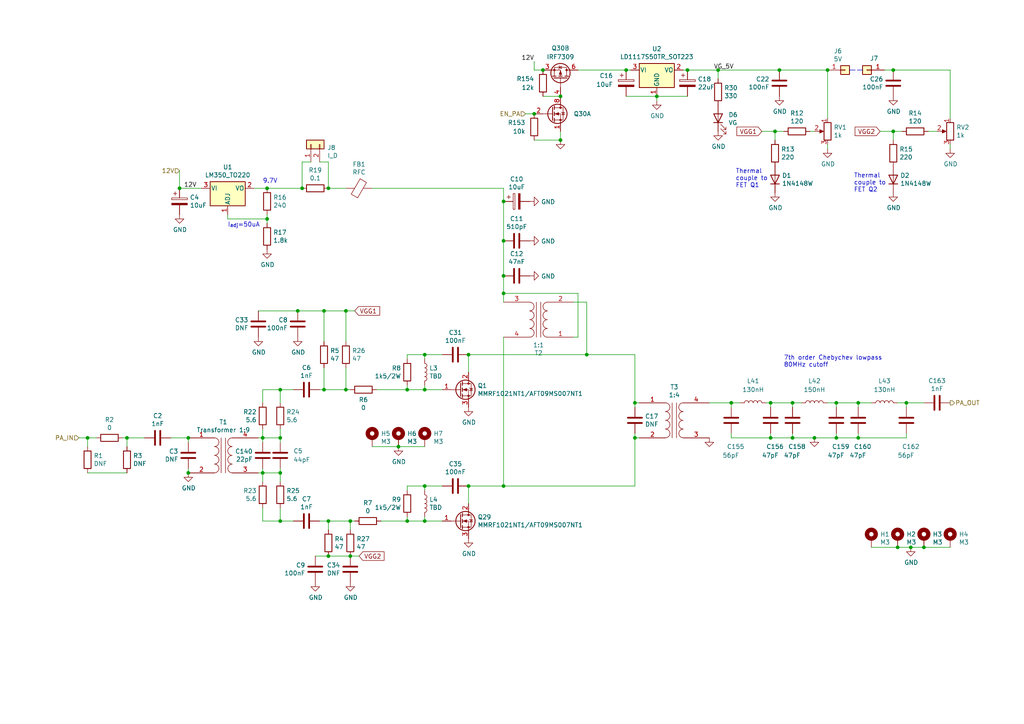
<source format=kicad_sch>
(kicad_sch (version 20211123) (generator eeschema)
  (paper "A4")
  (title_block (title "DART-70 TRX") (date "2023-02-02") (rev "0") (company "HB9EGM") (comment 1 "A 4m Band SSB/CW Transceiver") (comment 2 "Power Amplifier"))
  (lib_symbols
    (symbol "Connector_Generic:Conn_01x01" (pin_names (offset 1.016) hide)
      (property "Reference" "J" (at 0 2.54 0))
      (property "Value" "Conn_01x01" (at 0 -2.54 0))
      (symbol "Conn_01x01_1_1"
        (pin passive line (at -5.08 0 0) (length 3.81) (name "Pin_1") (number "1"))
      )
    )
    (symbol "Connector_Generic:Conn_01x02" (pin_names (offset 1.016) hide)
      (property "Reference" "J" (at 0 2.54 0))
      (property "Value" "Conn_01x02" (at 0 -5.08 0))
      (symbol "Conn_01x02_1_1"
        (pin passive line (at -5.08 0 0) (length 3.81) (name "Pin_1") (number "1"))
        (pin passive line (at -5.08 -2.54 0) (length 3.81) (name "Pin_2") (number "2"))
      )
    )
    (symbol "Device:C" (pin_numbers hide) (pin_names (offset 0.254))
      (property "Reference" "C" (at 0.635 2.54 0))
      (property "Value" "C" (at 0.635 -2.54 0))
      (symbol "C_1_1"
        (pin passive line (at 0 3.81 270) (length 2.794) (name "~") (number "1"))
        (pin passive line (at 0 -3.81 90) (length 2.794) (name "~") (number "2"))
      )
    )
    (symbol "Device:C_Polarized" (pin_numbers hide) (pin_names (offset 0.254))
      (property "Reference" "C" (at 0.635 2.54 0))
      (property "Value" "C_Polarized" (at 0.635 -2.54 0))
      (symbol "C_Polarized_1_1"
        (pin passive line (at 0 3.81 270) (length 2.794) (name "~") (number "1"))
        (pin passive line (at 0 -3.81 90) (length 2.794) (name "~") (number "2"))
      )
    )
    (symbol "Device:FerriteBead" (pin_numbers hide) (pin_names (offset 0))
      (property "Reference" "FB" (at -3.81 0.635 90))
      (property "Value" "FerriteBead" (at 3.81 0 90))
      (symbol "FerriteBead_1_1"
        (pin passive line (at 0 3.81 270) (length 2.54) (name "~") (number "1"))
        (pin passive line (at 0 -3.81 90) (length 2.54) (name "~") (number "2"))
      )
    )
    (symbol "Device:L" (pin_numbers hide) (pin_names (offset 1.016) hide)
      (property "Reference" "L" (at -1.27 0 90))
      (property "Value" "L" (at 1.905 0 90))
      (symbol "L_1_1"
        (pin passive line (at 0 3.81 270) (length 1.27) (name "1") (number "1"))
        (pin passive line (at 0 -3.81 90) (length 1.27) (name "2") (number "2"))
      )
    )
    (symbol "Device:LED" (pin_numbers hide) (pin_names (offset 1.016) hide)
      (property "Reference" "D" (at 0 2.54 0))
      (property "Value" "LED" (at 0 -2.54 0))
      (symbol "LED_1_1"
        (pin passive line (at -3.81 0 0) (length 2.54) (name "K") (number "1"))
        (pin passive line (at 3.81 0 180) (length 2.54) (name "A") (number "2"))
      )
    )
    (symbol "Device:Q_NMOS_GDS" (pin_names (offset 0) hide)
      (property "Reference" "Q" (at 5.08 1.27 0))
      (property "Value" "Q_NMOS_GDS" (at 5.08 -1.27 0))
      (symbol "Q_NMOS_GDS_1_1"
        (pin input line (at -5.08 0 0) (length 2.54) (name "G") (number "1"))
        (pin passive line (at 2.54 5.08 270) (length 2.54) (name "D") (number "2"))
        (pin passive line (at 2.54 -5.08 90) (length 2.54) (name "S") (number "3"))
      )
    )
    (symbol "Device:R" (pin_numbers hide) (pin_names (offset 0))
      (property "Reference" "R" (at 2.032 0 90))
      (property "Value" "R" (at 0 0 90))
      (symbol "R_1_1"
        (pin passive line (at 0 3.81 270) (length 1.27) (name "~") (number "1"))
        (pin passive line (at 0 -3.81 90) (length 1.27) (name "~") (number "2"))
      )
    )
    (symbol "Device:R_Potentiometer" (pin_names (offset 1.016) hide)
      (property "Reference" "RV" (at -4.445 0 90))
      (property "Value" "R_Potentiometer" (at -2.54 0 90))
      (symbol "R_Potentiometer_1_1"
        (pin passive line (at 0 3.81 270) (length 1.27) (name "1") (number "1"))
        (pin passive line (at 3.81 0 180) (length 1.27) (name "2") (number "2"))
        (pin passive line (at 0 -3.81 90) (length 1.27) (name "3") (number "3"))
      )
    )
    (symbol "Device:Transformer_1P_1S" (pin_names (offset 1.016) hide)
      (property "Reference" "T" (at 0 6.35 0))
      (property "Value" "Transformer_1P_1S" (at 0 -7.62 0))
      (symbol "Transformer_1P_1S_1_1"
        (pin passive line (at -10.16 5.08 0) (length 7.62) (name "AA") (number "1"))
        (pin passive line (at -10.16 -5.08 0) (length 7.62) (name "AB") (number "2"))
        (pin passive line (at 10.16 -5.08 180) (length 7.62) (name "SA") (number "3"))
        (pin passive line (at 10.16 5.08 180) (length 7.62) (name "SB") (number "4"))
      )
    )
    (symbol "Diode:1N4148W" (pin_numbers hide) (pin_names hide)
      (property "Reference" "D" (at 0 2.54 0))
      (property "Value" "1N4148W" (at 0 -2.54 0))
      (symbol "1N4148W_1_1"
        (pin passive line (at -3.81 0 0) (length 2.54) (name "K") (number "1"))
        (pin passive line (at 3.81 0 180) (length 2.54) (name "A") (number "2"))
      )
    )
    (symbol "Mechanical:MountingHole_Pad" (pin_numbers hide) (pin_names (offset 1.016) hide)
      (property "Reference" "H" (at 0 6.35 0))
      (property "Value" "MountingHole_Pad" (at 0 4.445 0))
      (symbol "MountingHole_Pad_1_1"
        (pin input line (at 0 -2.54 90) (length 2.54) (name "1") (number "1"))
      )
    )
    (symbol "Regulator_Linear:LD1117S50TR_SOT223" (pin_names (offset 0.254))
      (property "Reference" "U" (at -3.81 3.175 0))
      (property "Value" "LD1117S50TR_SOT223" (at 0 3.175 0))
      (symbol "LD1117S50TR_SOT223_1_1"
        (pin power_in line (at 0 -7.62 90) (length 2.54) (name "GND") (number "1"))
        (pin power_out line (at 7.62 0 180) (length 2.54) (name "VO") (number "2"))
        (pin power_in line (at -7.62 0 0) (length 2.54) (name "VI") (number "3"))
      )
    )
    (symbol "Regulator_Linear:LM350_TO220" (pin_names (offset 0.254))
      (property "Reference" "U" (at -3.81 3.175 0))
      (property "Value" "LM350_TO220" (at 0 3.175 0))
      (symbol "LM350_TO220_1_1"
        (pin input line (at 0 -7.62 90) (length 2.54) (name "ADJ") (number "1"))
        (pin power_out line (at 7.62 0 180) (length 2.54) (name "VO") (number "2"))
        (pin power_in line (at -7.62 0 0) (length 2.54) (name "VI") (number "3"))
      )
    )
    (symbol "Transistor_FET:IRF7309IPBF" (pin_names hide)
      (property "Reference" "Q" (at 5.08 1.905 0))
      (property "Value" "IRF7309IPBF" (at 5.08 0 0))
      (symbol "IRF7309IPBF_1_1"
        (pin passive line (at 2.54 -5.08 90) (length 2.54) (name "S") (number "1"))
        (pin input line (at -5.08 0 0) (length 2.54) (name "G") (number "2"))
        (pin passive line (at 2.54 5.08 270) (length 2.54) hide (name "D") (number "7"))
        (pin passive line (at 2.54 5.08 270) (length 2.54) (name "D") (number "8"))
      )
      (symbol "IRF7309IPBF_2_1"
        (pin passive line (at 2.54 -5.08 90) (length 2.54) (name "1") (number "3"))
        (pin input line (at -5.08 0 0) (length 2.54) (name "G") (number "4"))
        (pin passive line (at 2.54 5.08 270) (length 2.54) hide (name "D") (number "5"))
        (pin passive line (at 2.54 5.08 270) (length 2.54) (name "D") (number "6"))
      )
    )
    (symbol "power:GND" (power) (pin_names (offset 0))
      (property "Value" "GND" (at 0 -3.81 0))
      (symbol "GND_1_1"
        (pin power_in line (at 0 0 270) (length 0) hide (name "GND") (number "1"))
      )
    )
  )
  (junction (at 259.08 20.32))
  (junction (at 100.33 113.03))
  (junction (at 223.52 116.84))
  (junction (at 229.87 127))
  (junction (at 118.11 113.03))
  (junction (at 248.92 127))
  (junction (at 146.05 140.97))
  (junction (at 87.63 54.61))
  (junction (at 260.35 158.75))
  (junction (at 184.15 116.84))
  (junction (at 154.94 33.02))
  (junction (at 93.98 90.17))
  (junction (at 236.22 127))
  (junction (at 146.05 58.42))
  (junction (at 162.56 40.64))
  (junction (at 86.36 90.17))
  (junction (at 190.5 27.94))
  (junction (at 264.16 158.75))
  (junction (at 115.57 129.54))
  (junction (at 36.83 127))
  (junction (at 212.09 116.84))
  (junction (at 100.33 90.17))
  (junction (at 146.05 80.01))
  (junction (at 259.08 38.1))
  (junction (at 240.03 20.32))
  (junction (at 170.18 102.87))
  (junction (at 135.89 140.97))
  (junction (at 184.15 127))
  (junction (at 81.28 113.03))
  (junction (at 54.61 137.16))
  (junction (at 123.19 102.87))
  (junction (at 123.19 151.13))
  (junction (at 199.39 20.32))
  (junction (at 118.11 151.13))
  (junction (at 224.79 38.1))
  (junction (at 81.28 137.16))
  (junction (at 95.25 54.61))
  (junction (at 95.25 151.13))
  (junction (at 267.97 158.75))
  (junction (at 248.92 116.84))
  (junction (at 52.07 54.61))
  (junction (at 76.2 137.16))
  (junction (at 135.89 102.87))
  (junction (at 242.57 116.84))
  (junction (at 146.05 69.85))
  (junction (at 81.28 151.13))
  (junction (at 229.87 116.84))
  (junction (at 93.98 113.03))
  (junction (at 77.47 63.5))
  (junction (at 123.19 113.03))
  (junction (at 95.25 161.29))
  (junction (at 242.57 127))
  (junction (at 157.48 20.32))
  (junction (at 223.52 127))
  (junction (at 54.61 127))
  (junction (at 208.28 20.32))
  (junction (at 146.05 85.09))
  (junction (at 101.6 161.29))
  (junction (at 25.4 127))
  (junction (at 77.47 54.61))
  (junction (at 226.06 20.32))
  (junction (at 81.28 127))
  (junction (at 181.61 20.32))
  (junction (at 162.56 27.94))
  (junction (at 262.89 116.84))
  (junction (at 101.6 151.13))
  (junction (at 123.19 140.97))
  (junction (at 76.2 127))
  (wire (pts (xy 100.33 99.06) (xy 100.33 90.17)))
  (wire (pts (xy 262.89 125.73) (xy 262.89 127)))
  (wire (pts (xy 223.52 116.84) (xy 229.87 116.84)))
  (wire (pts (xy 93.98 113.03) (xy 93.98 106.68)))
  (wire (pts (xy 166.37 87.63) (xy 170.18 87.63)))
  (wire (pts (xy 81.28 124.46) (xy 81.28 127)))
  (wire (pts (xy 212.09 118.11) (xy 212.09 116.84)))
  (wire (pts (xy 76.2 135.89) (xy 76.2 137.16)))
  (wire (pts (xy 76.2 139.7) (xy 76.2 137.16)))
  (wire (pts (xy 101.6 151.13) (xy 95.25 151.13)))
  (wire (pts (xy 76.2 137.16) (xy 74.93 137.16)))
  (wire (pts (xy 81.28 139.7) (xy 81.28 137.16)))
  (wire (pts (xy 146.05 97.79) (xy 146.05 140.97)))
  (wire (pts (xy 229.87 125.73) (xy 229.87 127)))
  (wire (pts (xy 123.19 140.97) (xy 118.11 140.97)))
  (wire (pts (xy 242.57 125.73) (xy 242.57 127)))
  (wire (pts (xy 85.09 113.03) (xy 81.28 113.03)))
  (wire (pts (xy 259.08 38.1) (xy 261.62 38.1)))
  (wire (pts (xy 198.12 20.32) (xy 199.39 20.32)))
  (wire (pts (xy 135.89 140.97) (xy 146.05 140.97)))
  (wire (pts (xy 100.33 113.03) (xy 101.6 113.03)))
  (wire (pts (xy 146.05 54.61) (xy 146.05 58.42)))
  (wire (pts (xy 262.89 116.84) (xy 267.97 116.84)))
  (wire (pts (xy 212.09 127) (xy 212.09 125.73)))
  (wire (pts (xy 152.4 33.02) (xy 154.94 33.02)))
  (wire (pts (xy 275.59 34.29) (xy 275.59 20.32)))
  (wire (pts (xy 184.15 125.73) (xy 184.15 127)))
  (wire (pts (xy 123.19 113.03) (xy 128.27 113.03)))
  (wire (pts (xy 95.25 161.29) (xy 101.6 161.29)))
  (wire (pts (xy 223.52 125.73) (xy 223.52 127)))
  (wire (pts (xy 101.6 161.29) (xy 104.14 161.29)))
  (wire (pts (xy 260.35 158.75) (xy 264.16 158.75)))
  (wire (pts (xy 93.98 99.06) (xy 93.98 90.17)))
  (wire (pts (xy 184.15 116.84) (xy 184.15 118.11)))
  (wire (pts (xy 157.48 27.94) (xy 162.56 27.94)))
  (wire (pts (xy 92.71 46.99) (xy 95.25 46.99)))
  (wire (pts (xy 123.19 111.76) (xy 123.19 113.03)))
  (wire (pts (xy 118.11 111.76) (xy 118.11 113.03)))
  (wire (pts (xy 123.19 104.14) (xy 123.19 102.87)))
  (wire (pts (xy 229.87 127) (xy 223.52 127)))
  (wire (pts (xy 102.87 90.17) (xy 100.33 90.17)))
  (wire (pts (xy 128.27 140.97) (xy 123.19 140.97)))
  (wire (pts (xy 222.25 116.84) (xy 223.52 116.84)))
  (wire (pts (xy 248.92 116.84) (xy 242.57 116.84)))
  (wire (pts (xy 262.89 116.84) (xy 262.89 118.11)))
  (wire (pts (xy 162.56 38.1) (xy 162.56 40.64)))
  (wire (pts (xy 76.2 113.03) (xy 81.28 113.03)))
  (wire (pts (xy 52.07 54.61) (xy 58.42 54.61)))
  (wire (pts (xy 76.2 127) (xy 76.2 128.27)))
  (wire (pts (xy 81.28 127) (xy 76.2 127)))
  (wire (pts (xy 22.86 127) (xy 25.4 127)))
  (wire (pts (xy 205.74 116.84) (xy 212.09 116.84)))
  (wire (pts (xy 166.37 97.79) (xy 167.64 97.79)))
  (wire (pts (xy 36.83 129.54) (xy 36.83 127)))
  (wire (pts (xy 25.4 127) (xy 27.94 127)))
  (wire (pts (xy 93.98 90.17) (xy 86.36 90.17)))
  (wire (pts (xy 267.97 158.75) (xy 275.59 158.75)))
  (wire (pts (xy 66.04 63.5) (xy 77.47 63.5)))
  (wire (pts (xy 223.52 116.84) (xy 223.52 118.11)))
  (wire (pts (xy 81.28 135.89) (xy 81.28 137.16)))
  (wire (pts (xy 242.57 127) (xy 236.22 127)))
  (wire (pts (xy 181.61 27.94) (xy 190.5 27.94)))
  (wire (pts (xy 162.56 40.64) (xy 154.94 40.64)))
  (wire (pts (xy 66.04 63.5) (xy 66.04 62.23)))
  (wire (pts (xy 252.73 116.84) (xy 248.92 116.84)))
  (wire (pts (xy 73.66 54.61) (xy 77.47 54.61)))
  (wire (pts (xy 107.95 54.61) (xy 146.05 54.61)))
  (wire (pts (xy 256.54 20.32) (xy 259.08 20.32)))
  (wire (pts (xy 36.83 137.16) (xy 25.4 137.16)))
  (wire (pts (xy 259.08 40.64) (xy 259.08 38.1)))
  (wire (pts (xy 123.19 151.13) (xy 128.27 151.13)))
  (wire (pts (xy 100.33 90.17) (xy 93.98 90.17)))
  (wire (pts (xy 49.53 127) (xy 54.61 127)))
  (wire (pts (xy 236.22 127) (xy 229.87 127)))
  (wire (pts (xy 81.28 113.03) (xy 81.28 116.84)))
  (wire (pts (xy 242.57 116.84) (xy 242.57 118.11)))
  (polyline (pts (xy 246.38 20.32) (xy 250.19 20.32)))
  (wire (pts (xy 95.25 54.61) (xy 95.25 46.99)))
  (wire (pts (xy 123.19 142.24) (xy 123.19 140.97)))
  (wire (pts (xy 135.89 107.95) (xy 135.89 102.87)))
  (wire (pts (xy 242.57 116.84) (xy 240.03 116.84)))
  (wire (pts (xy 264.16 158.75) (xy 267.97 158.75)))
  (wire (pts (xy 81.28 137.16) (xy 76.2 137.16)))
  (wire (pts (xy 240.03 34.29) (xy 240.03 20.32)))
  (wire (pts (xy 224.79 40.64) (xy 224.79 38.1)))
  (wire (pts (xy 101.6 153.67) (xy 101.6 151.13)))
  (wire (pts (xy 262.89 127) (xy 248.92 127)))
  (wire (pts (xy 123.19 102.87) (xy 118.11 102.87)))
  (wire (pts (xy 54.61 135.89) (xy 54.61 137.16)))
  (wire (pts (xy 248.92 116.84) (xy 248.92 118.11)))
  (wire (pts (xy 35.56 127) (xy 36.83 127)))
  (wire (pts (xy 76.2 116.84) (xy 76.2 113.03)))
  (wire (pts (xy 76.2 127) (xy 74.93 127)))
  (wire (pts (xy 95.25 54.61) (xy 100.33 54.61)))
  (wire (pts (xy 199.39 20.32) (xy 208.28 20.32)))
  (wire (pts (xy 91.44 161.29) (xy 95.25 161.29)))
  (wire (pts (xy 115.57 129.54) (xy 123.19 129.54)))
  (wire (pts (xy 167.64 20.32) (xy 181.61 20.32)))
  (wire (pts (xy 109.22 113.03) (xy 118.11 113.03)))
  (wire (pts (xy 275.59 43.18) (xy 275.59 41.91)))
  (wire (pts (xy 76.2 124.46) (xy 76.2 127)))
  (wire (pts (xy 190.5 27.94) (xy 199.39 27.94)))
  (wire (pts (xy 181.61 20.32) (xy 182.88 20.32)))
  (wire (pts (xy 118.11 151.13) (xy 123.19 151.13)))
  (wire (pts (xy 118.11 149.86) (xy 118.11 151.13)))
  (wire (pts (xy 135.89 102.87) (xy 170.18 102.87)))
  (wire (pts (xy 118.11 113.03) (xy 123.19 113.03)))
  (wire (pts (xy 252.73 158.75) (xy 260.35 158.75)))
  (wire (pts (xy 269.24 38.1) (xy 271.78 38.1)))
  (wire (pts (xy 224.79 38.1) (xy 220.98 38.1)))
  (wire (pts (xy 128.27 102.87) (xy 123.19 102.87)))
  (wire (pts (xy 81.28 128.27) (xy 81.28 127)))
  (wire (pts (xy 77.47 64.77) (xy 77.47 63.5)))
  (wire (pts (xy 77.47 63.5) (xy 77.47 62.23)))
  (wire (pts (xy 76.2 151.13) (xy 76.2 147.32)))
  (wire (pts (xy 240.03 43.18) (xy 240.03 41.91)))
  (wire (pts (xy 184.15 127) (xy 185.42 127)))
  (wire (pts (xy 229.87 116.84) (xy 232.41 116.84)))
  (wire (pts (xy 227.33 38.1) (xy 224.79 38.1)))
  (wire (pts (xy 146.05 80.01) (xy 146.05 85.09)))
  (wire (pts (xy 190.5 29.21) (xy 190.5 27.94)))
  (wire (pts (xy 25.4 129.54) (xy 25.4 127)))
  (wire (pts (xy 36.83 127) (xy 41.91 127)))
  (wire (pts (xy 255.27 38.1) (xy 259.08 38.1)))
  (wire (pts (xy 135.89 140.97) (xy 135.89 146.05)))
  (wire (pts (xy 93.98 113.03) (xy 100.33 113.03)))
  (wire (pts (xy 167.64 97.79) (xy 167.64 85.09)))
  (wire (pts (xy 208.28 22.86) (xy 208.28 20.32)))
  (wire (pts (xy 95.25 153.67) (xy 95.25 151.13)))
  (wire (pts (xy 77.47 54.61) (xy 87.63 54.61)))
  (wire (pts (xy 154.94 17.78) (xy 154.94 20.32)))
  (wire (pts (xy 184.15 116.84) (xy 184.15 102.87)))
  (wire (pts (xy 167.64 85.09) (xy 146.05 85.09)))
  (wire (pts (xy 229.87 118.11) (xy 229.87 116.84)))
  (wire (pts (xy 95.25 151.13) (xy 92.71 151.13)))
  (wire (pts (xy 102.87 151.13) (xy 101.6 151.13)))
  (wire (pts (xy 154.94 20.32) (xy 157.48 20.32)))
  (wire (pts (xy 184.15 140.97) (xy 184.15 127)))
  (wire (pts (xy 170.18 87.63) (xy 170.18 102.87)))
  (wire (pts (xy 146.05 140.97) (xy 184.15 140.97)))
  (wire (pts (xy 184.15 102.87) (xy 170.18 102.87)))
  (wire (pts (xy 275.59 20.32) (xy 259.08 20.32)))
  (wire (pts (xy 146.05 85.09) (xy 146.05 87.63)))
  (wire (pts (xy 107.95 129.54) (xy 115.57 129.54)))
  (wire (pts (xy 248.92 125.73) (xy 248.92 127)))
  (wire (pts (xy 81.28 151.13) (xy 81.28 147.32)))
  (wire (pts (xy 240.03 20.32) (xy 226.06 20.32)))
  (wire (pts (xy 248.92 127) (xy 242.57 127)))
  (wire (pts (xy 54.61 128.27) (xy 54.61 127)))
  (wire (pts (xy 234.95 38.1) (xy 236.22 38.1)))
  (wire (pts (xy 118.11 102.87) (xy 118.11 104.14)))
  (wire (pts (xy 146.05 58.42) (xy 146.05 69.85)))
  (wire (pts (xy 118.11 140.97) (xy 118.11 142.24)))
  (wire (pts (xy 260.35 116.84) (xy 262.89 116.84)))
  (wire (pts (xy 110.49 151.13) (xy 118.11 151.13)))
  (wire (pts (xy 52.07 49.53) (xy 52.07 54.61)))
  (wire (pts (xy 212.09 116.84) (xy 214.63 116.84)))
  (wire (pts (xy 185.42 116.84) (xy 184.15 116.84)))
  (wire (pts (xy 100.33 106.68) (xy 100.33 113.03)))
  (wire (pts (xy 146.05 69.85) (xy 146.05 80.01)))
  (wire (pts (xy 208.28 20.32) (xy 226.06 20.32)))
  (wire (pts (xy 90.17 46.99) (xy 87.63 46.99)))
  (wire (pts (xy 85.09 151.13) (xy 81.28 151.13)))
  (wire (pts (xy 81.28 151.13) (xy 76.2 151.13)))
  (wire (pts (xy 123.19 149.86) (xy 123.19 151.13)))
  (wire (pts (xy 87.63 46.99) (xy 87.63 54.61)))
  (wire (pts (xy 223.52 127) (xy 212.09 127)))
  (wire (pts (xy 92.71 113.03) (xy 93.98 113.03)))
  (wire (pts (xy 74.93 90.17) (xy 86.36 90.17)))
  (text "Thermal\ncouple to\nFET Q2" (at 247.65 55.88 0) (effects (font (size 1.27 1.27)) (justify left bottom)))
  (text "9.7V" (at 76.2 53.34 0) (effects (font (size 1.27 1.27)) (justify left bottom)))
  (text "Thermal\ncouple to\nFET Q1" (at 213.36 54.61 0) (effects (font (size 1.27 1.27)) (justify left bottom)))
  (text "I_{adj}=50uA" (at 66.04 66.04 0) (effects (font (size 1.27 1.27)) (justify left bottom)))
  (text "7th order Chebychev lowpass\n80MHz cutoff" (at 227.33 106.68 0) (effects (font (size 1.27 1.27)) (justify left bottom)))
  (label "12V" (at 53.34 54.61 0))
  (label "VG_5V" (at 207.01 20.32 0))
  (label "12V" (at 154.94 17.78 180))
  (global_label "VGG2" (shape input) (at 104.14 161.29 0) (property "Intersheet References" "${INTERSHEET_REFS}" (effects hide)))
  (global_label "VGG1" (shape input) (at 102.87 90.17 0) (property "Intersheet References" "${INTERSHEET_REFS}" (effects hide)))
  (global_label "VGG2" (shape input) (at 255.27 38.1 180) (property "Intersheet References" "${INTERSHEET_REFS}" (effects hide)))
  (global_label "VGG1" (shape input) (at 220.98 38.1 180) (property "Intersheet References" "${INTERSHEET_REFS}" (effects hide)))
  (hierarchical_label "EN_PA" (shape input) (at 152.4 33.02 180))
  (hierarchical_label "PA_OUT" (shape output) (at 275.59 116.84 0))
  (hierarchical_label "12V" (shape input) (at 52.07 49.53 180))
  (hierarchical_label "PA_IN" (shape input) (at 22.86 127 180))
  (symbol (lib_id "Device:R") (at 224.79 44.45 0) (unit 1)
    (property "Reference" "R13" (at 226.568 43.2816 0) (effects (justify left)))
    (property "Value" "220" (at 226.568 45.593 0) (effects (justify left)))
    (property "Footprint" "Resistor_SMD:R_0805_2012Metric" (effects hide))
    (property "Need_order" "0" (effects hide))
  )
  (symbol (lib_id "Device:Transformer_1P_1S") (at 195.58 121.92 0) (unit 1)
    (property "Reference" "T3" (at 195.58 112.2426 0))
    (property "Value" "1:4" (at 195.58 114.554 0))
    (property "Footprint" "mmrf1021-pa:four_4mm_pads" (effects hide))
    (property "Need_order" "0" (effects hide))
  )
  (symbol (lib_id "Device:C") (at 184.15 121.92 180) (unit 1)
    (property "Reference" "C17" (at 187.071 120.7516 0) (effects (justify right)))
    (property "Value" "DNF" (at 187.071 123.063 0) (effects (justify right)))
    (property "Footprint" "mmrf1021-pa:two_2mm_pads" (effects hide))
    (property "Need_order" "0" (effects hide))
  )
  (symbol (lib_id "Device:C") (at 45.72 127 270) (unit 1)
    (property "Reference" "C2" (at 45.72 120.5992 90))
    (property "Value" "1nF" (at 45.72 122.9106 90))
    (property "Footprint" "Capacitor_SMD:C_0805_2012Metric" (effects hide))
    (property "MPN" "885612007040/VJ0805A102GXXPW1BC" (effects hide))
    (property "Need_order" "0" (effects hide))
  )
  (symbol (lib_id "Device:R_Potentiometer") (at 240.03 38.1 0) (mirror y) (unit 1)
    (property "Reference" "RV1" (at 241.808 36.9316 0) (effects (justify right)))
    (property "Value" "1k" (at 241.808 39.243 0) (effects (justify right)))
    (property "Footprint" "Potentiometer_SMD:Potentiometer_Bourns_3214W_Vertical" (effects hide))
    (property "MPN" "Bourns 3214W-1-102E" (effects hide))
    (property "Need_order" "0" (effects hide))
  )
  (symbol (lib_id "Device:C") (at 226.06 24.13 180) (unit 1)
    (property "Reference" "C22" (at 223.1644 22.9616 0) (effects (justify left)))
    (property "Value" "100nF" (at 223.1644 25.273 0) (effects (justify left)))
    (property "Footprint" "Capacitor_SMD:C_0805_2012Metric" (effects hide))
    (property "MPN" "GRM188R71H104KA93D" (effects hide))
    (property "Need_order" "0" (effects hide))
  )
  (symbol (lib_id "power:GND") (at 226.06 27.94 0) (unit 1)
    (property "Reference" "#PWR023" (effects hide))
    (property "Value" "GND" (at 226.187 32.3342 0))
  )
  (symbol (lib_id "Mechanical:MountingHole_Pad") (at 252.73 156.21 0) (unit 1)
    (property "Reference" "H1" (at 255.27 154.9654 0) (effects (justify left)))
    (property "Value" "M3" (at 255.27 157.2768 0) (effects (justify left)))
    (property "Footprint" "MountingHole:MountingHole_3.2mm_M3_DIN965_Pad" (effects hide))
    (property "Need_order" "0" (effects hide))
  )
  (symbol (lib_id "Mechanical:MountingHole_Pad") (at 260.35 156.21 0) (unit 1)
    (property "Reference" "H2" (at 262.89 154.9654 0) (effects (justify left)))
    (property "Value" "M3" (at 262.89 157.2768 0) (effects (justify left)))
    (property "Footprint" "MountingHole:MountingHole_3.2mm_M3_DIN965_Pad" (effects hide))
    (property "Need_order" "0" (effects hide))
  )
  (symbol (lib_id "Mechanical:MountingHole_Pad") (at 267.97 156.21 0) (unit 1)
    (property "Reference" "H3" (at 270.51 154.9654 0) (effects (justify left)))
    (property "Value" "M3" (at 270.51 157.2768 0) (effects (justify left)))
    (property "Footprint" "MountingHole:MountingHole_3.2mm_M3_DIN965_Pad" (effects hide))
    (property "Need_order" "0" (effects hide))
  )
  (symbol (lib_id "Mechanical:MountingHole_Pad") (at 275.59 156.21 0) (unit 1)
    (property "Reference" "H4" (at 278.13 154.9654 0) (effects (justify left)))
    (property "Value" "M3" (at 278.13 157.2768 0) (effects (justify left)))
    (property "Footprint" "MountingHole:MountingHole_3.2mm_M3_DIN965_Pad" (effects hide))
    (property "Need_order" "0" (effects hide))
  )
  (symbol (lib_id "power:GND") (at 264.16 158.75 0) (unit 1)
    (property "Reference" "#PWR08" (effects hide))
    (property "Value" "GND" (at 264.287 163.1442 0))
  )
  (symbol (lib_id "Diode:1N4148W") (at 224.79 52.07 90) (unit 1)
    (property "Reference" "D1" (at 226.822 50.9016 90) (effects (justify right)))
    (property "Value" "1N4148W" (at 226.822 53.213 90) (effects (justify right)))
    (property "Footprint" "Diode_SMD:D_SOD-123F" (effects hide))
    (property "Datasheet" "/home/bram/Sync/Doc/Datasheet/1N4148W-7-F.pdf" (effects hide))
    (property "MPN" "1N4148W-7-F" (effects hide))
    (property "Need_order" "1" (effects hide))
  )
  (symbol (lib_id "power:GND") (at 224.79 55.88 0) (unit 1)
    (property "Reference" "#PWR024" (effects hide))
    (property "Value" "GND" (at 224.917 60.2742 0))
  )
  (symbol (lib_id "Mechanical:MountingHole_Pad") (at 123.19 127 0) (unit 1)
    (property "Reference" "H7" (at 125.73 125.7554 0) (effects (justify left)))
    (property "Value" "M3" (at 125.73 128.0668 0) (effects (justify left)))
    (property "Footprint" "MountingHole:MountingHole_3.2mm_M3_DIN965_Pad" (effects hide))
    (property "Need_order" "0" (effects hide))
  )
  (symbol (lib_id "Device:R") (at 100.33 102.87 0) (unit 1)
    (property "Reference" "R26" (at 102.108 101.7016 0) (effects (justify left)))
    (property "Value" "47" (at 102.108 104.013 0) (effects (justify left)))
    (property "Footprint" "Resistor_SMD:R_0805_2012Metric" (effects hide))
    (property "Need_order" "0" (effects hide))
  )
  (symbol (lib_id "Device:R") (at 101.6 157.48 0) (unit 1)
    (property "Reference" "R27" (at 103.378 156.3116 0) (effects (justify left)))
    (property "Value" "47" (at 103.378 158.623 0) (effects (justify left)))
    (property "Footprint" "Resistor_SMD:R_0805_2012Metric" (effects hide))
    (property "Need_order" "0" (effects hide))
  )
  (symbol (lib_id "Device:R") (at 81.28 143.51 0) (unit 1)
    (property "Reference" "R25" (at 83.058 142.3416 0) (effects (justify left)))
    (property "Value" "5.6" (at 83.058 144.653 0) (effects (justify left)))
    (property "Footprint" "Resistor_SMD:R_0805_2012Metric" (effects hide))
    (property "Need_order" "0" (effects hide))
  )
  (symbol (lib_id "Device:R") (at 76.2 143.51 0) (unit 1)
    (property "Reference" "R23" (at 74.4474 142.3416 0) (effects (justify right)))
    (property "Value" "5.6" (at 74.4474 144.653 0) (effects (justify right)))
    (property "Footprint" "Resistor_SMD:R_0805_2012Metric" (effects hide))
    (property "Need_order" "0" (effects hide))
  )
  (symbol (lib_id "Device:Transformer_1P_1S") (at 64.77 132.08 0) (unit 1)
    (property "Reference" "T1" (at 64.77 122.4026 0))
    (property "Value" "Transformer 1:9" (at 64.77 124.714 0))
    (property "Footprint" "mmrf1021-pa:four_4mm_pads_narrow" (effects hide))
    (property "Need_order" "0" (effects hide))
  )
  (symbol (lib_id "power:GND") (at 54.61 137.16 0) (unit 1)
    (property "Reference" "#PWR03" (effects hide))
    (property "Value" "GND" (at 54.737 141.5542 0))
  )
  (symbol (lib_id "Device:C") (at 54.61 132.08 180) (unit 1)
    (property "Reference" "C3" (at 51.7144 130.9116 0) (effects (justify left)))
    (property "Value" "DNF" (at 51.7144 133.223 0) (effects (justify left)))
    (property "Footprint" "Capacitor_SMD:C_0805_2012Metric" (effects hide))
    (property "Need_order" "0" (effects hide))
  )
  (symbol (lib_id "Device:R") (at 81.28 120.65 0) (unit 1)
    (property "Reference" "R24" (at 83.058 119.4816 0) (effects (justify left)))
    (property "Value" "5.6" (at 83.058 121.793 0) (effects (justify left)))
    (property "Footprint" "Resistor_SMD:R_0805_2012Metric" (effects hide))
    (property "Need_order" "0" (effects hide))
  )
  (symbol (lib_id "Device:R") (at 76.2 120.65 0) (unit 1)
    (property "Reference" "R22" (at 74.4474 119.4816 0) (effects (justify right)))
    (property "Value" "5.6" (at 74.4474 121.793 0) (effects (justify right)))
    (property "Footprint" "Resistor_SMD:R_0805_2012Metric" (effects hide))
    (property "Need_order" "0" (effects hide))
  )
  (symbol (lib_id "Device:C") (at 81.28 132.08 180) (unit 1)
    (property "Reference" "C5" (at 85.09 130.8099 0) (effects (justify right)))
    (property "Value" "44pF" (at 85.09 133.3499 0) (effects (justify right)))
    (property "Footprint" "Capacitor_SMD:C_0805_2012Metric" (effects hide))
    (property "MPN" "GQM2195C2E220JB2D" (effects hide))
    (property "Need_order" "0" (effects hide))
  )
  (symbol (lib_id "Device:C") (at 88.9 113.03 90) (unit 1)
    (property "Reference" "C6" (at 88.9 106.6292 90))
    (property "Value" "1nF" (at 88.9 108.9406 90))
    (property "Footprint" "Capacitor_SMD:C_0805_2012Metric" (effects hide))
    (property "MPN" "885612007040/VJ0805A102GXXPW1BC" (effects hide))
    (property "Need_order" "0" (effects hide))
  )
  (symbol (lib_id "Device:C") (at 88.9 151.13 90) (unit 1)
    (property "Reference" "C7" (at 88.9 144.7292 90))
    (property "Value" "1nF" (at 88.9 147.0406 90))
    (property "Footprint" "Capacitor_SMD:C_0805_2012Metric" (effects hide))
    (property "MPN" "885612007040/VJ0805A102GXXPW1BC" (effects hide))
    (property "Need_order" "0" (effects hide))
  )
  (symbol (lib_id "Device:R") (at 93.98 102.87 0) (unit 1)
    (property "Reference" "R5" (at 95.758 101.7016 0) (effects (justify left)))
    (property "Value" "47" (at 95.758 104.013 0) (effects (justify left)))
    (property "Footprint" "Resistor_SMD:R_0805_2012Metric" (effects hide))
    (property "Need_order" "0" (effects hide))
  )
  (symbol (lib_id "Device:C") (at 86.36 93.98 180) (unit 1)
    (property "Reference" "C8" (at 83.4644 92.8116 0) (effects (justify left)))
    (property "Value" "100nF" (at 83.4644 95.123 0) (effects (justify left)))
    (property "Footprint" "Capacitor_SMD:C_0805_2012Metric" (effects hide))
    (property "MPN" "GRM188R71H104KA93D" (effects hide))
    (property "Need_order" "0" (effects hide))
  )
  (symbol (lib_id "power:GND") (at 86.36 97.79 0) (unit 1)
    (property "Reference" "#PWR06" (effects hide))
    (property "Value" "GND" (at 86.487 102.1842 0))
  )
  (symbol (lib_id "Device:R") (at 95.25 157.48 0) (unit 1)
    (property "Reference" "R4" (at 97.028 156.3116 0) (effects (justify left)))
    (property "Value" "47" (at 97.028 158.623 0) (effects (justify left)))
    (property "Footprint" "Resistor_SMD:R_0805_2012Metric" (effects hide))
    (property "Need_order" "0" (effects hide))
  )
  (symbol (lib_id "power:GND") (at 91.44 168.91 0) (unit 1)
    (property "Reference" "#PWR07" (effects hide))
    (property "Value" "GND" (at 91.567 173.3042 0))
  )
  (symbol (lib_id "Device:R") (at 106.68 151.13 270) (unit 1)
    (property "Reference" "R7" (at 106.68 145.8722 90))
    (property "Value" "0" (at 106.68 148.1836 90))
    (property "Footprint" "Resistor_SMD:R_0805_2012Metric" (effects hide))
    (property "Need_order" "0" (effects hide))
  )
  (symbol (lib_id "Device:R") (at 105.41 113.03 270) (unit 1)
    (property "Reference" "R6" (at 105.41 115.951 90))
    (property "Value" "0" (at 105.41 118.2624 90))
    (property "Footprint" "Resistor_SMD:R_0805_2012Metric" (effects hide))
    (property "Need_order" "0" (effects hide))
  )
  (symbol (lib_id "Device:R") (at 118.11 146.05 0) (unit 1)
    (property "Reference" "R9" (at 116.332 144.8816 0) (effects (justify right)))
    (property "Value" "1k5/2W" (at 116.332 147.193 0) (effects (justify right)))
    (property "Footprint" "Resistor_SMD:R_0805_2012Metric" (effects hide))
    (property "Need_order" "0" (effects hide))
  )
  (symbol (lib_id "Device:L") (at 123.19 146.05 0) (unit 1)
    (property "Reference" "L4" (at 124.5108 144.8816 0) (effects (justify left)))
    (property "Value" "TBD" (at 124.5108 147.193 0) (effects (justify left)))
    (property "Footprint" "Inductor_SMD:L_1008_2520Metric" (effects hide))
  )
  (symbol (lib_id "power:GND") (at 101.6 168.91 0) (unit 1)
    (property "Reference" "#PWR0101" (effects hide))
    (property "Value" "GND" (at 101.727 173.3042 0))
  )
  (symbol (lib_id "Device:C") (at 101.6 165.1 180) (unit 1)
    (property "Reference" "C34" (at 98.7044 163.9316 0) (effects (justify left)))
    (property "Value" "DNF" (at 98.7044 166.243 0) (effects (justify left)))
    (property "Footprint" "Capacitor_SMD:C_0805_2012Metric" (effects hide))
    (property "Need_order" "0" (effects hide))
  )
  (symbol (lib_id "power:GND") (at 135.89 156.21 0) (unit 1)
    (property "Reference" "#PWR012" (effects hide))
    (property "Value" "GND" (at 136.017 160.6042 0))
  )
  (symbol (lib_id "Device:Transformer_1P_1S") (at 156.21 92.71 180) (unit 1)
    (property "Reference" "T2" (at 156.21 102.3874 0))
    (property "Value" "1:1" (at 156.21 100.076 0))
    (property "Footprint" "mmrf1021-pa:four_4mm_pads_narrow" (effects hide))
    (property "Need_order" "0" (effects hide))
  )
  (symbol (lib_id "Device:C") (at 74.93 93.98 180) (unit 1)
    (property "Reference" "C33" (at 72.0344 92.8116 0) (effects (justify left)))
    (property "Value" "DNF" (at 72.0344 95.123 0) (effects (justify left)))
    (property "Footprint" "Capacitor_SMD:C_0805_2012Metric" (effects hide))
    (property "Need_order" "0" (effects hide))
  )
  (symbol (lib_id "Device:Q_NMOS_GDS") (at 133.35 113.03 0) (unit 1)
    (property "Reference" "Q1" (at 138.5316 111.8616 0) (effects (justify left)))
    (property "Value" "MMRF1021NT1/AFT09MS007NT1" (at 138.5316 114.173 0) (effects (justify left)))
    (property "Footprint" "mmrf1021-pa:PLD-1.5W" (effects hide))
    (property "Need_order" "0" (effects hide))
  )
  (symbol (lib_id "Mechanical:MountingHole_Pad") (at 107.95 127 0) (unit 1)
    (property "Reference" "H5" (at 110.49 125.7554 0) (effects (justify left)))
    (property "Value" "M3" (at 110.49 128.0668 0) (effects (justify left)))
    (property "Footprint" "MountingHole:MountingHole_3.2mm_M3_DIN965_Pad" (effects hide))
    (property "Need_order" "0" (effects hide))
  )
  (symbol (lib_id "Mechanical:MountingHole_Pad") (at 115.57 127 0) (unit 1)
    (property "Reference" "H6" (at 118.11 125.7554 0) (effects (justify left)))
    (property "Value" "M3" (at 118.11 128.0668 0) (effects (justify left)))
    (property "Footprint" "MountingHole:MountingHole_3.2mm_M3_DIN965_Pad" (effects hide))
    (property "Need_order" "0" (effects hide))
  )
  (symbol (lib_id "power:GND") (at 115.57 129.54 0) (unit 1)
    (property "Reference" "#PWR09" (effects hide))
    (property "Value" "GND" (at 115.697 133.9342 0))
  )
  (symbol (lib_id "Device:R") (at 118.11 107.95 0) (unit 1)
    (property "Reference" "R8" (at 116.332 106.7816 0) (effects (justify right)))
    (property "Value" "1k5/2W" (at 116.332 109.093 0) (effects (justify right)))
    (property "Footprint" "Resistor_SMD:R_0805_2012Metric" (effects hide))
    (property "Need_order" "0" (effects hide))
  )
  (symbol (lib_id "Device:L") (at 123.19 107.95 0) (unit 1)
    (property "Reference" "L3" (at 124.5108 106.7816 0) (effects (justify left)))
    (property "Value" "TBD" (at 124.5108 109.093 0) (effects (justify left)))
    (property "Footprint" "Inductor_SMD:L_1008_2520Metric" (effects hide))
  )
  (symbol (lib_id "power:GND") (at 135.89 118.11 0) (unit 1)
    (property "Reference" "#PWR011" (effects hide))
    (property "Value" "GND" (at 136.017 122.5042 0))
  )
  (symbol (lib_id "power:GND") (at 74.93 97.79 0) (unit 1)
    (property "Reference" "#PWR0102" (effects hide))
    (property "Value" "GND" (at 75.057 102.1842 0))
  )
  (symbol (lib_id "Device:C") (at 149.86 80.01 270) (mirror x) (unit 1)
    (property "Reference" "C12" (at 149.86 73.6092 90))
    (property "Value" "47nF" (at 149.86 75.9206 90))
    (property "Footprint" "Capacitor_SMD:C_0805_2012Metric" (effects hide))
    (property "MPN" "C2012C0G1H333J125AA" (effects hide))
    (property "Need_order" "0" (effects hide))
  )
  (symbol (lib_id "Device:C") (at 149.86 69.85 270) (mirror x) (unit 1)
    (property "Reference" "C11" (at 149.86 63.4492 90))
    (property "Value" "510pF" (at 149.86 65.7606 90))
    (property "Footprint" "Capacitor_SMD:C_0805_2012Metric" (effects hide))
    (property "MPN" "GRM2165C2A511JA01D" (effects hide))
    (property "Need_order" "0" (effects hide))
  )
  (symbol (lib_id "power:GND") (at 153.67 80.01 90) (mirror x) (unit 1)
    (property "Reference" "#PWR015" (effects hide))
    (property "Value" "GND" (at 156.9212 80.137 90) (effects (justify right)))
  )
  (symbol (lib_id "power:GND") (at 153.67 69.85 90) (mirror x) (unit 1)
    (property "Reference" "#PWR014" (effects hide))
    (property "Value" "GND" (at 156.9212 69.977 90) (effects (justify right)))
  )
  (symbol (lib_id "Device:C_Polarized") (at 149.86 58.42 90) (mirror x) (unit 1)
    (property "Reference" "C10" (at 149.86 51.943 90))
    (property "Value" "10uF" (at 149.86 54.2544 90))
    (property "Footprint" "Capacitor_SMD:C_1210_3225Metric_Pad1.33x2.70mm_HandSolder" (effects hide))
    (property "MPN" "TAJA106K016RNJ" (effects hide))
    (property "Need_order" "0" (effects hide))
  )
  (symbol (lib_id "power:GND") (at 153.67 58.42 90) (mirror x) (unit 1)
    (property "Reference" "#PWR013" (effects hide))
    (property "Value" "GND" (at 156.9212 58.547 90) (effects (justify right)))
  )
  (symbol (lib_id "Device:FerriteBead") (at 104.14 54.61 90) (unit 1)
    (property "Reference" "FB1" (at 104.14 47.6504 90))
    (property "Value" "RFC" (at 104.14 49.9618 90))
    (property "Footprint" "mmrf1021-pa:large_inductor" (effects hide))
    (property "Need_order" "0" (effects hide))
  )
  (symbol (lib_id "Device:C_Polarized") (at 181.61 24.13 0) (unit 1)
    (property "Reference" "C16" (at 177.8 21.9709 0) (effects (justify right)))
    (property "Value" "10uF" (at 177.8 24.5109 0) (effects (justify right)))
    (property "Footprint" "Capacitor_SMD:C_1210_3225Metric_Pad1.33x2.70mm_HandSolder" (effects hide))
    (property "MPN" "TAJA106K016RNJ" (effects hide))
    (property "Need_order" "0" (effects hide))
  )
  (symbol (lib_id "Device:C_Polarized") (at 199.39 24.13 0) (unit 1)
    (property "Reference" "C18" (at 202.3872 22.9616 0) (effects (justify left)))
    (property "Value" "22uF" (at 202.3872 25.273 0) (effects (justify left)))
    (property "Footprint" "Capacitor_SMD:C_1210_3225Metric_Pad1.33x2.70mm_HandSolder" (effects hide))
    (property "MPN" "TAJA106K016RNJ" (effects hide))
    (property "Need_order" "0" (effects hide))
  )
  (symbol (lib_id "power:GND") (at 190.5 29.21 0) (unit 1)
    (property "Reference" "#PWR022" (effects hide))
    (property "Value" "GND" (at 190.627 33.6042 0))
  )
  (symbol (lib_id "Device:C_Polarized") (at 52.07 58.42 0) (unit 1)
    (property "Reference" "C4" (at 55.0672 57.2516 0) (effects (justify left)))
    (property "Value" "10uF" (at 55.0672 59.563 0) (effects (justify left)))
    (property "Footprint" "Capacitor_SMD:C_1210_3225Metric_Pad1.33x2.70mm_HandSolder" (effects hide))
    (property "MPN" "TAJA106K016RNJ" (effects hide))
    (property "Need_order" "0" (effects hide))
  )
  (symbol (lib_id "Regulator_Linear:LM350_TO220") (at 66.04 54.61 0) (unit 1)
    (property "Reference" "U1" (at 66.04 48.4632 0))
    (property "Value" "LM350_TO220" (at 66.04 50.7746 0))
    (property "Footprint" "mmrf1021-pa:TO-220-3_Vertical_SMD" (effects hide))
    (property "Datasheet" "https://www.onsemi.com/pub/Collateral/LM350-D.pdf" (effects hide))
    (property "Need_order" "0" (effects hide))
  )
  (symbol (lib_id "Device:R") (at 77.47 58.42 180) (unit 1)
    (property "Reference" "R16" (at 79.248 57.2516 0) (effects (justify right)))
    (property "Value" "240" (at 79.248 59.563 0) (effects (justify right)))
    (property "Footprint" "Resistor_SMD:R_0805_2012Metric" (effects hide))
    (property "Need_order" "0" (effects hide))
  )
  (symbol (lib_id "Device:R") (at 77.47 68.58 180) (unit 1)
    (property "Reference" "R17" (at 79.248 67.4116 0) (effects (justify right)))
    (property "Value" "1.8k" (at 79.248 69.723 0) (effects (justify right)))
    (property "Footprint" "Resistor_SMD:R_0805_2012Metric" (effects hide))
    (property "Need_order" "0" (effects hide))
  )
  (symbol (lib_id "power:GND") (at 77.47 72.39 0) (unit 1)
    (property "Reference" "#PWR021" (effects hide))
    (property "Value" "GND" (at 77.597 76.7842 0))
  )
  (symbol (lib_id "power:GND") (at 240.03 43.18 0) (unit 1)
    (property "Reference" "#PWR026" (effects hide))
    (property "Value" "GND" (at 240.157 47.5742 0))
  )
  (symbol (lib_id "Device:R") (at 231.14 38.1 270) (unit 1)
    (property "Reference" "R12" (at 231.14 32.8422 90))
    (property "Value" "120" (at 231.14 35.1536 90))
    (property "Footprint" "Resistor_SMD:R_0805_2012Metric" (effects hide))
    (property "Need_order" "0" (effects hide))
  )
  (symbol (lib_id "Device:R") (at 259.08 44.45 0) (unit 1)
    (property "Reference" "R15" (at 260.858 43.2816 0) (effects (justify left)))
    (property "Value" "220" (at 260.858 45.593 0) (effects (justify left)))
    (property "Footprint" "Resistor_SMD:R_0805_2012Metric" (effects hide))
    (property "Need_order" "0" (effects hide))
  )
  (symbol (lib_id "Device:R_Potentiometer") (at 275.59 38.1 0) (mirror y) (unit 1)
    (property "Reference" "RV2" (at 277.368 36.9316 0) (effects (justify right)))
    (property "Value" "1k" (at 277.368 39.243 0) (effects (justify right)))
    (property "Footprint" "Potentiometer_SMD:Potentiometer_Bourns_3214W_Vertical" (effects hide))
    (property "MPN" "Bourns 3214W-1-102E" (effects hide))
    (property "Need_order" "0" (effects hide))
  )
  (symbol (lib_id "Device:C") (at 259.08 24.13 180) (unit 1)
    (property "Reference" "C26" (at 256.1844 22.9616 0) (effects (justify left)))
    (property "Value" "100nF" (at 256.1844 25.273 0) (effects (justify left)))
    (property "Footprint" "Capacitor_SMD:C_0805_2012Metric" (effects hide))
    (property "MPN" "GRM188R71H104KA93D" (effects hide))
    (property "Need_order" "0" (effects hide))
  )
  (symbol (lib_id "power:GND") (at 259.08 27.94 0) (unit 1)
    (property "Reference" "#PWR030" (effects hide))
    (property "Value" "GND" (at 259.207 32.3342 0))
  )
  (symbol (lib_id "Diode:1N4148W") (at 259.08 52.07 90) (unit 1)
    (property "Reference" "D2" (at 261.112 50.9016 90) (effects (justify right)))
    (property "Value" "1N4148W" (at 261.112 53.213 90) (effects (justify right)))
    (property "Footprint" "Diode_SMD:D_SOD-123F" (effects hide))
    (property "Datasheet" "/home/bram/Sync/Doc/Datasheet/1N4148W-7-F.pdf" (effects hide))
    (property "MPN" "1N4148W-7-F" (effects hide))
    (property "Need_order" "1" (effects hide))
  )
  (symbol (lib_id "power:GND") (at 259.08 55.88 0) (unit 1)
    (property "Reference" "#PWR031" (effects hide))
    (property "Value" "GND" (at 259.207 60.2742 0))
  )
  (symbol (lib_id "power:GND") (at 275.59 43.18 0) (unit 1)
    (property "Reference" "#PWR033" (effects hide))
    (property "Value" "GND" (at 275.717 47.5742 0))
  )
  (symbol (lib_id "Device:R") (at 265.43 38.1 270) (unit 1)
    (property "Reference" "R14" (at 265.43 32.8422 90))
    (property "Value" "120" (at 265.43 35.1536 90))
    (property "Footprint" "Resistor_SMD:R_0805_2012Metric" (effects hide))
    (property "Need_order" "0" (effects hide))
  )
  (symbol (lib_id "Device:C") (at 91.44 165.1 180) (unit 1)
    (property "Reference" "C9" (at 88.5444 163.9316 0) (effects (justify left)))
    (property "Value" "100nF" (at 88.5444 166.243 0) (effects (justify left)))
    (property "Footprint" "Capacitor_SMD:C_0805_2012Metric" (effects hide))
    (property "MPN" "GRM188R71H104KA93D" (effects hide))
    (property "Need_order" "0" (effects hide))
  )
  (symbol (lib_id "power:GND") (at 52.07 62.23 0) (unit 1)
    (property "Reference" "#PWR010" (effects hide))
    (property "Value" "GND" (at 52.197 66.6242 0))
  )
  (symbol (lib_id "Device:R") (at 31.75 127 270) (unit 1)
    (property "Reference" "R2" (at 31.75 121.7422 90))
    (property "Value" "0" (at 31.75 124.0536 90))
    (property "Footprint" "Resistor_SMD:R_0805_2012Metric" (effects hide))
    (property "Need_order" "0" (effects hide))
  )
  (symbol (lib_id "Device:R") (at 25.4 133.35 180) (unit 1)
    (property "Reference" "R1" (at 27.178 132.1816 0) (effects (justify right)))
    (property "Value" "DNF" (at 27.178 134.493 0) (effects (justify right)))
    (property "Footprint" "Resistor_SMD:R_0805_2012Metric" (effects hide))
    (property "Need_order" "0" (effects hide))
  )
  (symbol (lib_id "Device:R") (at 36.83 133.35 180) (unit 1)
    (property "Reference" "R3" (at 38.608 132.1816 0) (effects (justify right)))
    (property "Value" "DNF" (at 38.608 134.493 0) (effects (justify right)))
    (property "Footprint" "Resistor_SMD:R_0805_2012Metric" (effects hide))
    (property "Need_order" "0" (effects hide))
  )
  (symbol (lib_id "Device:R") (at 91.44 54.61 90) (unit 1)
    (property "Reference" "R19" (at 91.44 49.3522 90))
    (property "Value" "0.1" (at 91.44 51.6636 90))
    (property "Footprint" "Resistor_SMD:R_1210_3225Metric_Pad1.30x2.65mm_HandSolder" (effects hide))
    (property "Need_order" "0" (effects hide))
  )
  (symbol (lib_id "Connector_Generic:Conn_01x01") (at 245.11 20.32 0) (unit 1)
    (property "Reference" "J6" (at 243.0272 14.8082 0))
    (property "Value" "5V" (at 243.0272 17.1196 0))
    (property "Footprint" "TestPoint:TestPoint_Pad_4.0x4.0mm" (effects hide))
    (property "Need_order" "0" (effects hide))
  )
  (symbol (lib_id "Connector_Generic:Conn_01x01") (at 251.46 20.32 180) (unit 1)
    (property "Reference" "J7" (at 253.5428 16.9418 0))
    (property "Value" "5V" (effects hide))
    (property "Footprint" "TestPoint:TestPoint_Pad_4.0x4.0mm" (effects hide))
    (property "Need_order" "0" (effects hide))
  )
  (symbol (lib_id "Connector_Generic:Conn_01x02") (at 90.17 41.91 90) (unit 1)
    (property "Reference" "J8" (at 94.9452 42.8244 90) (effects (justify right)))
    (property "Value" "I_D" (at 94.9452 45.1358 90) (effects (justify right)))
    (property "Footprint" "mmrf1021-pa:two_2mm_pads" (effects hide))
    (property "Need_order" "0" (effects hide))
  )
  (symbol (lib_id "Device:C") (at 132.08 102.87 90) (unit 1)
    (property "Reference" "C31" (at 132.08 96.4692 90))
    (property "Value" "100nF" (at 132.08 98.7806 90))
    (property "Footprint" "Capacitor_SMD:C_0805_2012Metric" (effects hide))
    (property "MPN" "GRM31C5C1H104JA01L" (effects hide))
    (property "Need_order" "0" (effects hide))
  )
  (symbol (lib_id "Device:C") (at 132.08 140.97 90) (unit 1)
    (property "Reference" "C35" (at 132.08 134.5692 90))
    (property "Value" "100nF" (at 132.08 136.8806 90))
    (property "Footprint" "Capacitor_SMD:C_0805_2012Metric" (effects hide))
    (property "MPN" "GRM31C5C1H104JA01L" (effects hide))
    (property "Need_order" "0" (effects hide))
  )
  (symbol (lib_id "Regulator_Linear:LD1117S50TR_SOT223") (at 190.5 20.32 0) (unit 1)
    (property "Reference" "U2" (at 190.5 14.1732 0))
    (property "Value" "LD1117S50TR_SOT223" (at 190.5 16.4846 0))
    (property "Footprint" "Package_TO_SOT_SMD:SOT-223-3_TabPin2" (effects hide))
    (property "Datasheet" "http://www.st.com/st-web-ui/static/active/en/resource/technical/document/datasheet/CD00000544.pdf" (effects hide))
    (property "Need_order" "0" (effects hide))
  )
  (symbol (lib_id "Device:R") (at 208.28 26.67 180) (unit 1)
    (property "Reference" "R30" (at 210.058 25.5016 0) (effects (justify right)))
    (property "Value" "330" (at 210.058 27.813 0) (effects (justify right)))
    (property "Footprint" "Resistor_SMD:R_0805_2012Metric" (effects hide))
    (property "Need_order" "0" (effects hide))
  )
  (symbol (lib_id "Device:LED") (at 208.28 34.29 90) (unit 1)
    (property "Reference" "D6" (at 211.2772 33.2994 90) (effects (justify right)))
    (property "Value" "VG" (at 211.2772 35.6108 90) (effects (justify right)))
    (property "Footprint" "LED_SMD:LED_1206_3216Metric_Pad1.42x1.75mm_HandSolder" (effects hide))
    (property "Need_order" "0" (effects hide))
  )
  (symbol (lib_id "power:GND") (at 208.28 38.1 0) (unit 1)
    (property "Reference" "#PWR043" (effects hide))
    (property "Value" "GND" (at 208.407 42.4942 0))
  )
  (symbol (lib_id "Transistor_FET:IRF7309IPBF") (at 160.02 33.02 0) (unit 1)
    (property "Reference" "Q30" (at 166.37 33.0199 0) (effects (justify left)))
    (property "Value" "IRF7309" (effects hide))
    (property "Footprint" "Package_SO:SOIC-8_3.9x4.9mm_P1.27mm" (effects hide))
    (property "Datasheet" "http://www.irf.com/product-info/datasheets/data/irf7309ipbf.pdf" (effects hide))
    (property "MPN" "IRF7309TRPBF" (effects hide))
    (property "Need_order" "0" (effects hide))
  )
  (symbol (lib_id "Device:R") (at 154.94 36.83 180) (unit 1)
    (property "Reference" "R153" (at 152.4 35.5599 0) (effects (justify left)))
    (property "Value" "10k" (at 152.4 38.0999 0) (effects (justify left)))
    (property "Footprint" "Resistor_SMD:R_0603_1608Metric_Pad1.05x0.95mm_HandSolder" (effects hide))
    (property "Need_order" "0" (effects hide))
  )
  (symbol (lib_id "Transistor_FET:IRF7309IPBF") (at 162.56 22.86 270) (mirror x) (unit 2)
    (property "Reference" "Q30" (at 162.56 13.97 90))
    (property "Value" "IRF7309" (at 162.56 16.51 90))
    (property "Footprint" "Package_SO:SOIC-8_3.9x4.9mm_P1.27mm" (effects hide))
    (property "Datasheet" "http://www.irf.com/product-info/datasheets/data/irf7309ipbf.pdf" (effects hide))
    (property "MPN" "IRF7309TRPBF" (effects hide))
    (property "Need_order" "0" (effects hide))
  )
  (symbol (lib_id "Device:L") (at 256.54 116.84 90) (unit 1)
    (property "Reference" "L43" (at 256.54 110.49 90))
    (property "Value" "130nH" (at 256.54 113.03 90))
    (property "Footprint" "mpb:large_inductor" (effects hide))
  )
  (symbol (lib_id "power:GND") (at 236.22 127 0) (unit 1)
    (property "Reference" "#PWR0202" (effects hide))
    (property "Value" "GND" (effects hide))
  )
  (symbol (lib_id "Device:C") (at 248.92 121.92 180) (unit 1)
    (property "Reference" "C160" (at 247.65 129.54 0) (effects (justify right)))
    (property "Value" "47pF" (at 246.38 132.08 0) (effects (justify right)))
    (property "Footprint" "Capacitor_SMD:C_0603_1608Metric_Pad1.05x0.95mm_HandSolder" (effects hide))
    (property "Datasheet" "/home/bram/Sync/Doc/Datasheet/CBR KEMET capacitors.pdf" (effects hide))
    (property "MPN" "CBR" (effects hide))
    (property "Need_order" "0" (effects hide))
  )
  (symbol (lib_id "Device:C") (at 229.87 121.92 180) (unit 1)
    (property "Reference" "C158" (at 228.6 129.54 0) (effects (justify right)))
    (property "Value" "47pF" (at 227.33 132.08 0) (effects (justify right)))
    (property "Footprint" "Capacitor_SMD:C_0603_1608Metric_Pad1.05x0.95mm_HandSolder" (effects hide))
    (property "Datasheet" "/home/bram/Sync/Doc/Datasheet/CBR KEMET capacitors.pdf" (effects hide))
    (property "MPN" "CBR" (effects hide))
    (property "Need_order" "0" (effects hide))
  )
  (symbol (lib_id "Device:Q_NMOS_GDS") (at 133.35 151.13 0) (unit 1)
    (property "Reference" "Q29" (at 138.5316 149.9616 0) (effects (justify left)))
    (property "Value" "MMRF1021NT1/AFT09MS007NT1" (at 138.5316 152.273 0) (effects (justify left)))
    (property "Footprint" "mpb:PLD-1.5W" (effects hide))
    (property "Need_order" "0" (effects hide))
  )
  (symbol (lib_id "Device:C") (at 271.78 116.84 270) (unit 1)
    (property "Reference" "C163" (at 271.78 110.4392 90))
    (property "Value" "1nF" (at 271.78 112.7506 90))
    (property "Footprint" "Capacitor_SMD:C_0805_2012Metric_Pad1.18x1.45mm_HandSolder" (effects hide))
    (property "MPN" "885612007040/VJ0805A102GXXPW1BC" (effects hide))
    (property "Need_order" "0" (effects hide))
  )
  (symbol (lib_id "Device:L") (at 218.44 116.84 90) (unit 1)
    (property "Reference" "L41" (at 218.44 110.49 90))
    (property "Value" "130nH" (at 218.44 113.03 90))
    (property "Footprint" "mpb:large_inductor" (effects hide))
  )
  (symbol (lib_id "power:GND") (at 162.56 40.64 0) (unit 1)
    (property "Reference" "#PWR0196" (effects hide))
    (property "Value" "GND" (effects hide))
  )
  (symbol (lib_id "Device:L") (at 236.22 116.84 90) (unit 1)
    (property "Reference" "L42" (at 236.22 110.49 90))
    (property "Value" "150nH" (at 236.22 113.03 90))
    (property "Footprint" "mpb:large_inductor" (effects hide))
  )
  (symbol (lib_id "Device:C") (at 223.52 121.92 180) (unit 1)
    (property "Reference" "C156" (at 222.25 129.54 0) (effects (justify right)))
    (property "Value" "47pF" (at 220.98 132.08 0) (effects (justify right)))
    (property "Footprint" "Capacitor_SMD:C_0603_1608Metric_Pad1.05x0.95mm_HandSolder" (effects hide))
    (property "Datasheet" "/home/bram/Sync/Doc/Datasheet/CBR KEMET capacitors.pdf" (effects hide))
    (property "MPN" "CBR" (effects hide))
    (property "Need_order" "0" (effects hide))
  )
  (symbol (lib_id "Device:C") (at 76.2 132.08 180) (unit 1)
    (property "Reference" "C140" (at 73.3044 130.9116 0) (effects (justify left)))
    (property "Value" "22pF" (at 73.3044 133.223 0) (effects (justify left)))
    (property "Footprint" "Capacitor_SMD:C_0805_2012Metric_Pad1.18x1.45mm_HandSolder" (effects hide))
    (property "MPN" "GQM2195C2E220JB2D" (effects hide))
    (property "Need_order" "0" (effects hide))
  )
  (symbol (lib_id "power:GND") (at 205.74 127 0) (unit 1)
    (property "Reference" "#PWR0198" (effects hide))
    (property "Value" "GND" (effects hide))
  )
  (symbol (lib_id "Device:R") (at 157.48 24.13 0) (unit 1)
    (property "Reference" "R154" (at 154.94 22.8599 0) (effects (justify right)))
    (property "Value" "12k" (at 154.94 25.3999 0) (effects (justify right)))
    (property "Footprint" "Resistor_SMD:R_0603_1608Metric_Pad1.05x0.95mm_HandSolder" (effects hide))
    (property "Need_order" "0" (effects hide))
  )
  (symbol (lib_id "Device:C") (at 262.89 121.92 180) (unit 1)
    (property "Reference" "C162" (at 261.62 129.54 0) (effects (justify right)))
    (property "Value" "56pF" (at 260.35 132.08 0) (effects (justify right)))
    (property "Footprint" "Capacitor_SMD:C_0805_2012Metric_Pad1.18x1.45mm_HandSolder" (effects hide))
    (property "MPN" "VJ0805A560JXAMC" (effects hide))
    (property "Need_order" "1" (effects hide))
  )
  (symbol (lib_id "Device:C") (at 212.09 121.92 180) (unit 1)
    (property "Reference" "C155" (at 210.82 129.54 0) (effects (justify right)))
    (property "Value" "56pF" (at 209.55 132.08 0) (effects (justify right)))
    (property "Footprint" "Capacitor_SMD:C_0805_2012Metric_Pad1.18x1.45mm_HandSolder" (effects hide))
    (property "MPN" "VJ0805A560JXAMC" (effects hide))
    (property "Need_order" "1" (effects hide))
  )
  (symbol (lib_id "Device:C") (at 242.57 121.92 180) (unit 1)
    (property "Reference" "C159" (at 241.3 129.54 0) (effects (justify right)))
    (property "Value" "47pF" (at 240.03 132.08 0) (effects (justify right)))
    (property "Footprint" "Capacitor_SMD:C_0603_1608Metric_Pad1.05x0.95mm_HandSolder" (effects hide))
    (property "Datasheet" "/home/bram/Sync/Doc/Datasheet/CBR KEMET capacitors.pdf" (effects hide))
    (property "MPN" "CBR" (effects hide))
    (property "Need_order" "0" (effects hide))
  )
)
</source>
